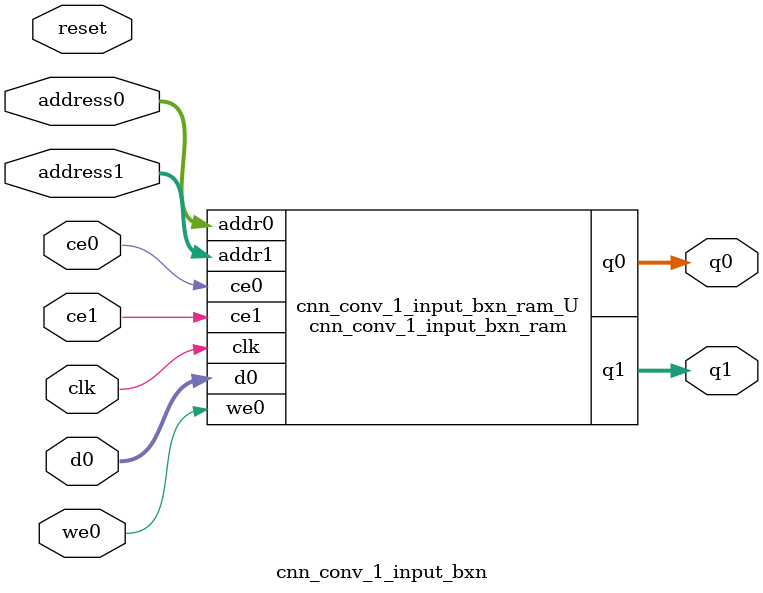
<source format=v>
`timescale 1 ns / 1 ps
module cnn_conv_1_input_bxn_ram (addr0, ce0, d0, we0, q0, addr1, ce1, q1,  clk);

parameter DWIDTH = 14;
parameter AWIDTH = 5;
parameter MEM_SIZE = 28;

input[AWIDTH-1:0] addr0;
input ce0;
input[DWIDTH-1:0] d0;
input we0;
output reg[DWIDTH-1:0] q0;
input[AWIDTH-1:0] addr1;
input ce1;
output reg[DWIDTH-1:0] q1;
input clk;

(* ram_style = "distributed" *)reg [DWIDTH-1:0] ram[0:MEM_SIZE-1];




always @(posedge clk)  
begin 
    if (ce0) 
    begin
        if (we0) 
        begin 
            ram[addr0] <= d0; 
        end 
        q0 <= ram[addr0];
    end
end


always @(posedge clk)  
begin 
    if (ce1) 
    begin
        q1 <= ram[addr1];
    end
end


endmodule

`timescale 1 ns / 1 ps
module cnn_conv_1_input_bxn(
    reset,
    clk,
    address0,
    ce0,
    we0,
    d0,
    q0,
    address1,
    ce1,
    q1);

parameter DataWidth = 32'd14;
parameter AddressRange = 32'd28;
parameter AddressWidth = 32'd5;
input reset;
input clk;
input[AddressWidth - 1:0] address0;
input ce0;
input we0;
input[DataWidth - 1:0] d0;
output[DataWidth - 1:0] q0;
input[AddressWidth - 1:0] address1;
input ce1;
output[DataWidth - 1:0] q1;



cnn_conv_1_input_bxn_ram cnn_conv_1_input_bxn_ram_U(
    .clk( clk ),
    .addr0( address0 ),
    .ce0( ce0 ),
    .we0( we0 ),
    .d0( d0 ),
    .q0( q0 ),
    .addr1( address1 ),
    .ce1( ce1 ),
    .q1( q1 ));

endmodule


</source>
